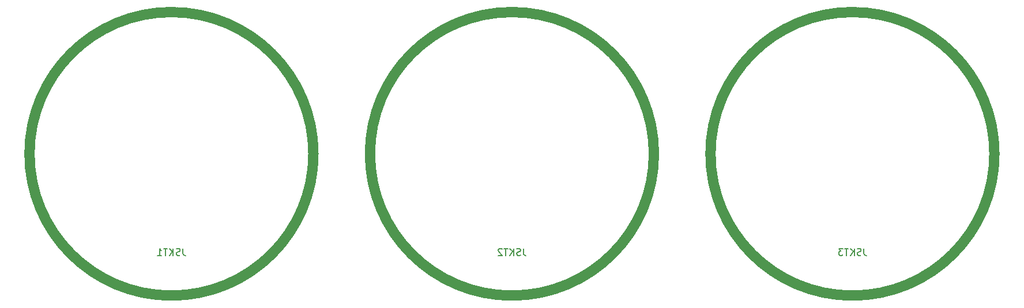
<source format=gbr>
G04 #@! TF.GenerationSoftware,KiCad,Pcbnew,(5.1.6)-1*
G04 #@! TF.CreationDate,2020-08-15T15:38:21+01:00*
G04 #@! TF.ProjectId,Sockets,536f636b-6574-4732-9e6b-696361645f70,rev?*
G04 #@! TF.SameCoordinates,Original*
G04 #@! TF.FileFunction,Legend,Bot*
G04 #@! TF.FilePolarity,Positive*
%FSLAX46Y46*%
G04 Gerber Fmt 4.6, Leading zero omitted, Abs format (unit mm)*
G04 Created by KiCad (PCBNEW (5.1.6)-1) date 2020-08-15 15:38:21*
%MOMM*%
%LPD*%
G01*
G04 APERTURE LIST*
%ADD10C,1.500000*%
%ADD11C,0.150000*%
G04 APERTURE END LIST*
D10*
X170845000Y-100000000D02*
G75*
G03*
X170845000Y-100000000I-20845000J0D01*
G01*
X120845000Y-100000000D02*
G75*
G03*
X120845000Y-100000000I-20845000J0D01*
G01*
X220845000Y-100000000D02*
G75*
G03*
X220845000Y-100000000I-20845000J0D01*
G01*
D11*
X151690476Y-113930380D02*
X151690476Y-114644666D01*
X151738095Y-114787523D01*
X151833333Y-114882761D01*
X151976190Y-114930380D01*
X152071428Y-114930380D01*
X151261904Y-114882761D02*
X151119047Y-114930380D01*
X150880952Y-114930380D01*
X150785714Y-114882761D01*
X150738095Y-114835142D01*
X150690476Y-114739904D01*
X150690476Y-114644666D01*
X150738095Y-114549428D01*
X150785714Y-114501809D01*
X150880952Y-114454190D01*
X151071428Y-114406571D01*
X151166666Y-114358952D01*
X151214285Y-114311333D01*
X151261904Y-114216095D01*
X151261904Y-114120857D01*
X151214285Y-114025619D01*
X151166666Y-113978000D01*
X151071428Y-113930380D01*
X150833333Y-113930380D01*
X150690476Y-113978000D01*
X150261904Y-114930380D02*
X150261904Y-113930380D01*
X149690476Y-114930380D02*
X150119047Y-114358952D01*
X149690476Y-113930380D02*
X150261904Y-114501809D01*
X149404761Y-113930380D02*
X148833333Y-113930380D01*
X149119047Y-114930380D02*
X149119047Y-113930380D01*
X148547619Y-114025619D02*
X148500000Y-113978000D01*
X148404761Y-113930380D01*
X148166666Y-113930380D01*
X148071428Y-113978000D01*
X148023809Y-114025619D01*
X147976190Y-114120857D01*
X147976190Y-114216095D01*
X148023809Y-114358952D01*
X148595238Y-114930380D01*
X147976190Y-114930380D01*
X101690476Y-113930380D02*
X101690476Y-114644666D01*
X101738095Y-114787523D01*
X101833333Y-114882761D01*
X101976190Y-114930380D01*
X102071428Y-114930380D01*
X101261904Y-114882761D02*
X101119047Y-114930380D01*
X100880952Y-114930380D01*
X100785714Y-114882761D01*
X100738095Y-114835142D01*
X100690476Y-114739904D01*
X100690476Y-114644666D01*
X100738095Y-114549428D01*
X100785714Y-114501809D01*
X100880952Y-114454190D01*
X101071428Y-114406571D01*
X101166666Y-114358952D01*
X101214285Y-114311333D01*
X101261904Y-114216095D01*
X101261904Y-114120857D01*
X101214285Y-114025619D01*
X101166666Y-113978000D01*
X101071428Y-113930380D01*
X100833333Y-113930380D01*
X100690476Y-113978000D01*
X100261904Y-114930380D02*
X100261904Y-113930380D01*
X99690476Y-114930380D02*
X100119047Y-114358952D01*
X99690476Y-113930380D02*
X100261904Y-114501809D01*
X99404761Y-113930380D02*
X98833333Y-113930380D01*
X99119047Y-114930380D02*
X99119047Y-113930380D01*
X97976190Y-114930380D02*
X98547619Y-114930380D01*
X98261904Y-114930380D02*
X98261904Y-113930380D01*
X98357142Y-114073238D01*
X98452380Y-114168476D01*
X98547619Y-114216095D01*
X201690476Y-113930380D02*
X201690476Y-114644666D01*
X201738095Y-114787523D01*
X201833333Y-114882761D01*
X201976190Y-114930380D01*
X202071428Y-114930380D01*
X201261904Y-114882761D02*
X201119047Y-114930380D01*
X200880952Y-114930380D01*
X200785714Y-114882761D01*
X200738095Y-114835142D01*
X200690476Y-114739904D01*
X200690476Y-114644666D01*
X200738095Y-114549428D01*
X200785714Y-114501809D01*
X200880952Y-114454190D01*
X201071428Y-114406571D01*
X201166666Y-114358952D01*
X201214285Y-114311333D01*
X201261904Y-114216095D01*
X201261904Y-114120857D01*
X201214285Y-114025619D01*
X201166666Y-113978000D01*
X201071428Y-113930380D01*
X200833333Y-113930380D01*
X200690476Y-113978000D01*
X200261904Y-114930380D02*
X200261904Y-113930380D01*
X199690476Y-114930380D02*
X200119047Y-114358952D01*
X199690476Y-113930380D02*
X200261904Y-114501809D01*
X199404761Y-113930380D02*
X198833333Y-113930380D01*
X199119047Y-114930380D02*
X199119047Y-113930380D01*
X198595238Y-113930380D02*
X197976190Y-113930380D01*
X198309523Y-114311333D01*
X198166666Y-114311333D01*
X198071428Y-114358952D01*
X198023809Y-114406571D01*
X197976190Y-114501809D01*
X197976190Y-114739904D01*
X198023809Y-114835142D01*
X198071428Y-114882761D01*
X198166666Y-114930380D01*
X198452380Y-114930380D01*
X198547619Y-114882761D01*
X198595238Y-114835142D01*
M02*

</source>
